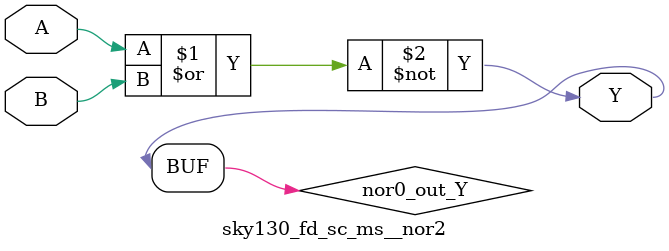
<source format=v>



module sky130_fd_sc_ms__nor2 (
    Y,
    A,
    B
);

    output Y;
    input  A;
    input  B;

    wire nor0_out_Y;

    nor nor0 (nor0_out_Y, A, B           );
    buf buf0 (Y         , nor0_out_Y     );

endmodule

</source>
